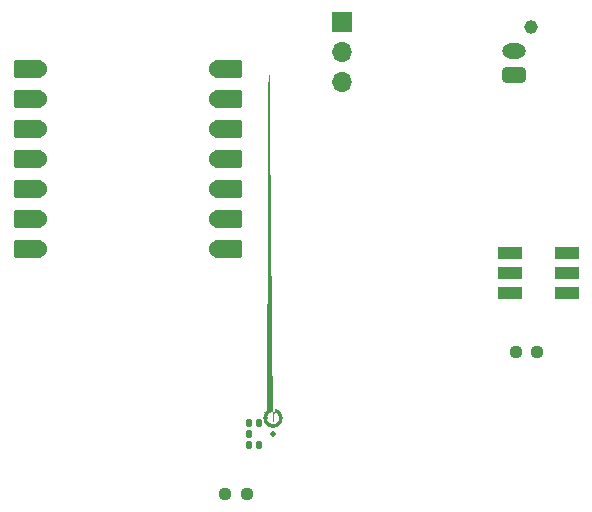
<source format=gbr>
%TF.GenerationSoftware,KiCad,Pcbnew,8.0.8*%
%TF.CreationDate,2025-02-16T12:10:03-08:00*%
%TF.ProjectId,514_pcb,3531345f-7063-4622-9e6b-696361645f70,rev?*%
%TF.SameCoordinates,Original*%
%TF.FileFunction,Soldermask,Top*%
%TF.FilePolarity,Negative*%
%FSLAX46Y46*%
G04 Gerber Fmt 4.6, Leading zero omitted, Abs format (unit mm)*
G04 Created by KiCad (PCBNEW 8.0.8) date 2025-02-16 12:10:03*
%MOMM*%
%LPD*%
G01*
G04 APERTURE LIST*
G04 Aperture macros list*
%AMRoundRect*
0 Rectangle with rounded corners*
0 $1 Rounding radius*
0 $2 $3 $4 $5 $6 $7 $8 $9 X,Y pos of 4 corners*
0 Add a 4 corners polygon primitive as box body*
4,1,4,$2,$3,$4,$5,$6,$7,$8,$9,$2,$3,0*
0 Add four circle primitives for the rounded corners*
1,1,$1+$1,$2,$3*
1,1,$1+$1,$4,$5*
1,1,$1+$1,$6,$7*
1,1,$1+$1,$8,$9*
0 Add four rect primitives between the rounded corners*
20,1,$1+$1,$2,$3,$4,$5,0*
20,1,$1+$1,$4,$5,$6,$7,0*
20,1,$1+$1,$6,$7,$8,$9,0*
20,1,$1+$1,$8,$9,$2,$3,0*%
%AMFreePoly0*
4,1,53,0.180687,1.453641,0.352314,1.393587,0.506274,1.296847,0.634847,1.168274,0.731587,1.014314,0.791641,0.842687,0.812000,0.662000,0.791641,0.481313,0.731587,0.309686,0.634847,0.155726,0.506274,0.027153,0.352314,-0.069587,0.180687,-0.129641,0.000000,-0.150000,-0.180687,-0.129641,-0.352314,-0.069587,-0.506274,0.027153,-0.634847,0.155726,-0.731587,0.309686,-0.791641,0.481313,
-0.812000,0.662000,-0.517265,0.662000,-0.496312,0.516270,-0.435151,0.382345,-0.338737,0.271077,-0.214880,0.191479,-0.073614,0.150000,0.073614,0.150000,0.214880,0.191479,0.338737,0.271077,0.435151,0.382345,0.496312,0.516270,0.517265,0.662000,0.496312,0.807730,0.435151,0.941655,0.338737,1.052923,0.214880,1.132521,0.073614,1.174000,-0.073614,1.174000,-0.214880,1.132521,
-0.338737,1.052923,-0.435151,0.941655,-0.496312,0.807730,-0.517265,0.662000,-0.812000,0.662000,-0.791641,0.842687,-0.731587,1.014314,-0.634847,1.168274,-0.506274,1.296847,-0.352314,1.393587,-0.180687,1.453641,0.000000,1.474000,0.180687,1.453641,0.180687,1.453641,$1*%
G04 Aperture macros list end*
%ADD10RoundRect,0.152400X1.063600X0.609600X-1.063600X0.609600X-1.063600X-0.609600X1.063600X-0.609600X0*%
%ADD11C,1.524000*%
%ADD12RoundRect,0.152400X-1.063600X-0.609600X1.063600X-0.609600X1.063600X0.609600X-1.063600X0.609600X0*%
%ADD13R,1.700000X1.700000*%
%ADD14O,1.700000X1.700000*%
%ADD15R,2.000000X1.100000*%
%ADD16RoundRect,0.237500X0.250000X0.237500X-0.250000X0.237500X-0.250000X-0.237500X0.250000X-0.237500X0*%
%ADD17RoundRect,0.237500X-0.250000X-0.237500X0.250000X-0.237500X0.250000X0.237500X-0.250000X0.237500X0*%
%ADD18C,0.500000*%
%ADD19RoundRect,0.130500X0.130500X-0.169500X0.130500X0.169500X-0.130500X0.169500X-0.130500X-0.169500X0*%
%ADD20FreePoly0,180.000000*%
%ADD21C,1.150000*%
%ADD22RoundRect,0.250000X0.750000X0.400000X-0.750000X0.400000X-0.750000X-0.400000X0.750000X-0.400000X0*%
%ADD23O,2.000000X1.300000*%
G04 APERTURE END LIST*
D10*
%TO.C,U1*%
X88425000Y-75960000D03*
D11*
X89260000Y-75960000D03*
D10*
X88425000Y-78500000D03*
D11*
X89260000Y-78500000D03*
D10*
X88425000Y-81040000D03*
D11*
X89260000Y-81040000D03*
D10*
X88425000Y-83580000D03*
D11*
X89260000Y-83580000D03*
D10*
X88425000Y-86120000D03*
D11*
X89260000Y-86120000D03*
D10*
X88425000Y-88660000D03*
D11*
X89260000Y-88660000D03*
D10*
X88425000Y-91200000D03*
D11*
X89260000Y-91200000D03*
X104500000Y-91200000D03*
D12*
X105335000Y-91200000D03*
D11*
X104500000Y-88660000D03*
D12*
X105335000Y-88660000D03*
D11*
X104500000Y-86120000D03*
D12*
X105335000Y-86120000D03*
D11*
X104500000Y-83580000D03*
D12*
X105335000Y-83580000D03*
D11*
X104500000Y-81040000D03*
D12*
X105335000Y-81040000D03*
D11*
X104500000Y-78500000D03*
D12*
X105335000Y-78500000D03*
D11*
X104500000Y-75960000D03*
D12*
X105335000Y-75960000D03*
%TD*%
D13*
%TO.C,SW1*%
X115000000Y-72000000D03*
D14*
X115000000Y-74540000D03*
X115000000Y-77080000D03*
%TD*%
D15*
%TO.C,D1*%
X129200000Y-91600000D03*
X129200000Y-93300000D03*
X129200000Y-95000000D03*
X134000000Y-95000000D03*
X134000000Y-93300000D03*
X134000000Y-91600000D03*
%TD*%
D16*
%TO.C,C1*%
X131500000Y-100000000D03*
X129675000Y-100000000D03*
%TD*%
D17*
%TO.C,R1*%
X105087500Y-112000000D03*
X106912500Y-112000000D03*
%TD*%
D18*
%TO.C,MK1*%
X109168000Y-106900000D03*
D19*
X107094000Y-107800000D03*
X107916000Y-107800000D03*
D20*
X109168000Y-106238000D03*
D19*
X107916000Y-106000000D03*
X107094000Y-106000000D03*
X107094000Y-106900000D03*
%TD*%
D21*
%TO.C,BT1*%
X131000000Y-72450000D03*
D22*
X129500000Y-76500000D03*
D23*
X129500000Y-74500000D03*
%TD*%
M02*

</source>
